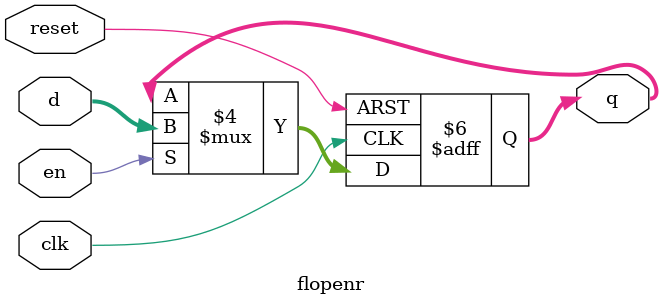
<source format=sv>
module flopenr(
    input  logic clk,
    input  logic reset,
    input  logic en,
    input  logic [3:0] d,
    output logic [3:0] q);

    // asynchronous reset
    always_ff @(posedge clk, posedge reset) begin
        if (reset == 1) q <= 4'b0;
        else if (en == 1) q <= d;
    end

endmodule
</source>
